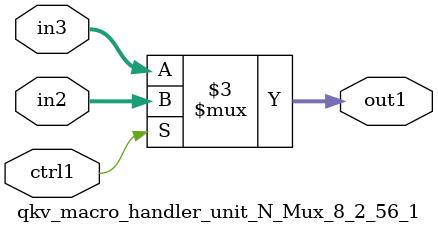
<source format=v>

`timescale 1ps / 1ps


module qkv_macro_handler_unit_N_Mux_8_2_56_1( in3, in2, ctrl1, out1 );

    input [7:0] in3;
    input [7:0] in2;
    input ctrl1;
    output [7:0] out1;
    reg [7:0] out1;

    
    // rtl_process:qkv_macro_handler_unit_N_Mux_8_2_56_1/qkv_macro_handler_unit_N_Mux_8_2_56_1_thread_1
    always @*
      begin : qkv_macro_handler_unit_N_Mux_8_2_56_1_thread_1
        case (ctrl1) 
          1'b1: 
            begin
              out1 = in2;
            end
          default: 
            begin
              out1 = in3;
            end
        endcase
      end

endmodule





</source>
